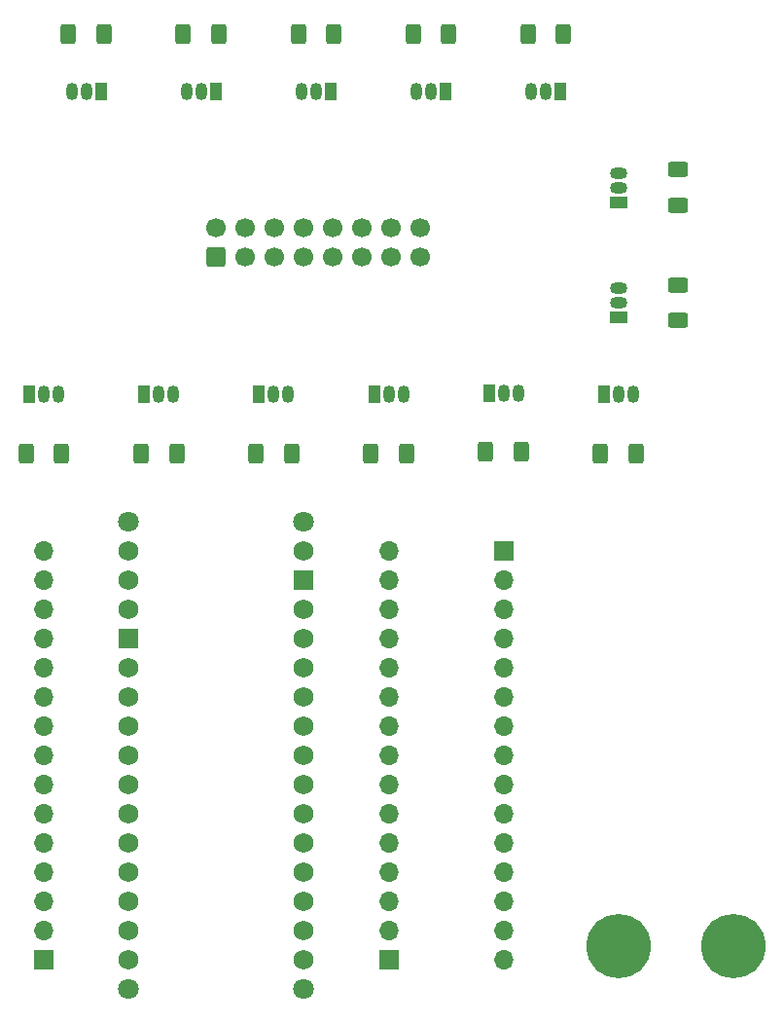
<source format=gbr>
%TF.GenerationSoftware,KiCad,Pcbnew,7.0.6*%
%TF.CreationDate,2023-12-03T11:12:56+09:00*%
%TF.ProjectId,skku-bus,736b6b75-2d62-4757-932e-6b696361645f,rev?*%
%TF.SameCoordinates,Original*%
%TF.FileFunction,Soldermask,Bot*%
%TF.FilePolarity,Negative*%
%FSLAX46Y46*%
G04 Gerber Fmt 4.6, Leading zero omitted, Abs format (unit mm)*
G04 Created by KiCad (PCBNEW 7.0.6) date 2023-12-03 11:12:56*
%MOMM*%
%LPD*%
G01*
G04 APERTURE LIST*
G04 Aperture macros list*
%AMRoundRect*
0 Rectangle with rounded corners*
0 $1 Rounding radius*
0 $2 $3 $4 $5 $6 $7 $8 $9 X,Y pos of 4 corners*
0 Add a 4 corners polygon primitive as box body*
4,1,4,$2,$3,$4,$5,$6,$7,$8,$9,$2,$3,0*
0 Add four circle primitives for the rounded corners*
1,1,$1+$1,$2,$3*
1,1,$1+$1,$4,$5*
1,1,$1+$1,$6,$7*
1,1,$1+$1,$8,$9*
0 Add four rect primitives between the rounded corners*
20,1,$1+$1,$2,$3,$4,$5,0*
20,1,$1+$1,$4,$5,$6,$7,0*
20,1,$1+$1,$6,$7,$8,$9,0*
20,1,$1+$1,$8,$9,$2,$3,0*%
G04 Aperture macros list end*
%ADD10O,1.700000X1.700000*%
%ADD11R,1.700000X1.700000*%
%ADD12RoundRect,0.250000X-0.400000X-0.625000X0.400000X-0.625000X0.400000X0.625000X-0.400000X0.625000X0*%
%ADD13RoundRect,0.250000X0.400000X0.625000X-0.400000X0.625000X-0.400000X-0.625000X0.400000X-0.625000X0*%
%ADD14RoundRect,0.250000X-0.625000X0.400000X-0.625000X-0.400000X0.625000X-0.400000X0.625000X0.400000X0*%
%ADD15O,1.050000X1.500000*%
%ADD16R,1.050000X1.500000*%
%ADD17R,1.500000X1.050000*%
%ADD18O,1.500000X1.050000*%
%ADD19RoundRect,0.250000X0.600000X-0.600000X0.600000X0.600000X-0.600000X0.600000X-0.600000X-0.600000X0*%
%ADD20C,1.700000*%
%ADD21C,5.600000*%
%ADD22C,3.600000*%
%ADD23C,1.800000*%
%ADD24C,1.727200*%
%ADD25R,1.727200X1.727200*%
G04 APERTURE END LIST*
D10*
%TO.C,J4*%
X125000000Y-146190000D03*
X125000000Y-143650000D03*
X125000000Y-141110000D03*
X125000000Y-138570000D03*
X125000000Y-136030000D03*
X125000000Y-133490000D03*
X125000000Y-130950000D03*
X125000000Y-128410000D03*
X125000000Y-125870000D03*
X125000000Y-123330000D03*
X125000000Y-120790000D03*
X125000000Y-118250000D03*
X125000000Y-115710000D03*
X125000000Y-113170000D03*
D11*
X125000000Y-110630000D03*
%TD*%
D12*
%TO.C,R25*%
X120226956Y-65676956D03*
X117126956Y-65676956D03*
%TD*%
%TO.C,R23*%
X107126956Y-65676956D03*
X110226956Y-65676956D03*
%TD*%
D13*
%TO.C,R21*%
X126550000Y-102000000D03*
X123450000Y-102000000D03*
%TD*%
%TO.C,R19*%
X136550000Y-102150000D03*
X133450000Y-102150000D03*
%TD*%
D12*
%TO.C,R17*%
X130226956Y-65676956D03*
X127126956Y-65676956D03*
%TD*%
D14*
%TO.C,R15*%
X140150000Y-87450000D03*
X140150000Y-90550000D03*
%TD*%
%TO.C,R13*%
X140150000Y-77450000D03*
X140150000Y-80550000D03*
%TD*%
D12*
%TO.C,R11*%
X97126956Y-65676956D03*
X100226956Y-65676956D03*
%TD*%
D13*
%TO.C,R9*%
X103450000Y-102150000D03*
X106550000Y-102150000D03*
%TD*%
%TO.C,R7*%
X116550000Y-102150000D03*
X113450000Y-102150000D03*
%TD*%
%TO.C,R5*%
X96550000Y-102150000D03*
X93450000Y-102150000D03*
%TD*%
%TO.C,R3*%
X83450000Y-102150000D03*
X86550000Y-102150000D03*
%TD*%
D12*
%TO.C,R1*%
X87126956Y-65676956D03*
X90226956Y-65676956D03*
%TD*%
D15*
%TO.C,Q13*%
X117406956Y-70676956D03*
X118676956Y-70676956D03*
D16*
X119946956Y-70676956D03*
%TD*%
D15*
%TO.C,Q12*%
X107406956Y-70676956D03*
X108676956Y-70676956D03*
D16*
X109946956Y-70676956D03*
%TD*%
%TO.C,Q11*%
X123730000Y-96850000D03*
D15*
X125000000Y-96850000D03*
X126270000Y-96850000D03*
%TD*%
D16*
%TO.C,Q10*%
X133730000Y-97000000D03*
D15*
X135000000Y-97000000D03*
X136270000Y-97000000D03*
%TD*%
%TO.C,Q9*%
X127406956Y-70676956D03*
X128676956Y-70676956D03*
D16*
X129946956Y-70676956D03*
%TD*%
D17*
%TO.C,Q8*%
X135000000Y-90270000D03*
D18*
X135000000Y-89000000D03*
X135000000Y-87730000D03*
%TD*%
D17*
%TO.C,Q7*%
X135000000Y-80270000D03*
D18*
X135000000Y-79000000D03*
X135000000Y-77730000D03*
%TD*%
D16*
%TO.C,Q6*%
X99946956Y-70676956D03*
D15*
X98676956Y-70676956D03*
X97406956Y-70676956D03*
%TD*%
%TO.C,Q5*%
X106270000Y-97000000D03*
X105000000Y-97000000D03*
D16*
X103730000Y-97000000D03*
%TD*%
%TO.C,Q4*%
X113730000Y-97000000D03*
D15*
X115000000Y-97000000D03*
X116270000Y-97000000D03*
%TD*%
D16*
%TO.C,Q3*%
X93730000Y-97000000D03*
D15*
X95000000Y-97000000D03*
X96270000Y-97000000D03*
%TD*%
%TO.C,Q2*%
X86270000Y-97000000D03*
X85000000Y-97000000D03*
D16*
X83730000Y-97000000D03*
%TD*%
%TO.C,Q1*%
X89946956Y-70676956D03*
D15*
X88676956Y-70676956D03*
X87406956Y-70676956D03*
%TD*%
D11*
%TO.C,J3*%
X85000000Y-146190000D03*
D10*
X85000000Y-143650000D03*
X85000000Y-141110000D03*
X85000000Y-138570000D03*
X85000000Y-136030000D03*
X85000000Y-133490000D03*
X85000000Y-130950000D03*
X85000000Y-128410000D03*
X85000000Y-125870000D03*
X85000000Y-123330000D03*
X85000000Y-120790000D03*
X85000000Y-118250000D03*
X85000000Y-115710000D03*
X85000000Y-113170000D03*
X85000000Y-110630000D03*
%TD*%
D11*
%TO.C,J2*%
X115000000Y-146190000D03*
D10*
X115000000Y-143650000D03*
X115000000Y-141110000D03*
X115000000Y-138570000D03*
X115000000Y-136030000D03*
X115000000Y-133490000D03*
X115000000Y-130950000D03*
X115000000Y-128410000D03*
X115000000Y-125870000D03*
X115000000Y-123330000D03*
X115000000Y-120790000D03*
X115000000Y-118250000D03*
X115000000Y-115710000D03*
X115000000Y-113170000D03*
X115000000Y-110630000D03*
%TD*%
D19*
%TO.C,J1*%
X100000000Y-85000000D03*
D20*
X100000000Y-82460000D03*
X102540000Y-85000000D03*
X102540000Y-82460000D03*
X105080000Y-85000000D03*
X105080000Y-82460000D03*
X107620000Y-85000000D03*
X107620000Y-82460000D03*
X110160000Y-85000000D03*
X110160000Y-82460000D03*
X112700000Y-85000000D03*
X112700000Y-82460000D03*
X115240000Y-85000000D03*
X115240000Y-82460000D03*
X117780000Y-85000000D03*
X117780000Y-82460000D03*
%TD*%
D21*
%TO.C,H2*%
X145000000Y-145000000D03*
D22*
X145000000Y-145000000D03*
%TD*%
D21*
%TO.C,H1*%
X135000000Y-145000000D03*
D22*
X135000000Y-145000000D03*
%TD*%
D23*
%TO.C,A1*%
X92380000Y-148730000D03*
X107620000Y-108090000D03*
X107620000Y-148730000D03*
X92380000Y-108090000D03*
D24*
X107620000Y-143650000D03*
X107620000Y-118250000D03*
X107620000Y-138570000D03*
X107620000Y-136030000D03*
X107620000Y-133490000D03*
X107620000Y-130950000D03*
X107620000Y-128410000D03*
X107620000Y-125870000D03*
X107620000Y-123330000D03*
X107620000Y-120790000D03*
X107620000Y-141110000D03*
X92380000Y-113170000D03*
X92380000Y-110630000D03*
X92380000Y-120790000D03*
X92380000Y-123330000D03*
X92380000Y-125870000D03*
X92380000Y-128410000D03*
X92380000Y-130950000D03*
X92380000Y-133490000D03*
X92380000Y-136030000D03*
X92380000Y-138570000D03*
X92380000Y-141110000D03*
X92380000Y-143650000D03*
X92380000Y-146190000D03*
X107620000Y-146190000D03*
D25*
X92380000Y-118250000D03*
X107620000Y-113170000D03*
D24*
X92380000Y-115710000D03*
X107620000Y-115710000D03*
X107620000Y-110630000D03*
%TD*%
M02*

</source>
